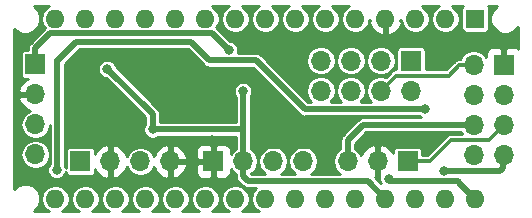
<source format=gbr>
G04 #@! TF.GenerationSoftware,KiCad,Pcbnew,(5.0.0)*
G04 #@! TF.CreationDate,2019-04-18T12:31:28+02:00*
G04 #@! TF.ProjectId,WateringSystem,5761746572696E6753797374656D2E6B,rev?*
G04 #@! TF.SameCoordinates,Original*
G04 #@! TF.FileFunction,Copper,L2,Bot,Signal*
G04 #@! TF.FilePolarity,Positive*
%FSLAX46Y46*%
G04 Gerber Fmt 4.6, Leading zero omitted, Abs format (unit mm)*
G04 Created by KiCad (PCBNEW (5.0.0)) date 04/18/19 12:31:28*
%MOMM*%
%LPD*%
G01*
G04 APERTURE LIST*
G04 #@! TA.AperFunction,ComponentPad*
%ADD10R,1.600000X1.600000*%
G04 #@! TD*
G04 #@! TA.AperFunction,ComponentPad*
%ADD11O,1.600000X1.600000*%
G04 #@! TD*
G04 #@! TA.AperFunction,ComponentPad*
%ADD12O,1.700000X1.700000*%
G04 #@! TD*
G04 #@! TA.AperFunction,ComponentPad*
%ADD13R,1.700000X1.700000*%
G04 #@! TD*
G04 #@! TA.AperFunction,ViaPad*
%ADD14C,0.800000*%
G04 #@! TD*
G04 #@! TA.AperFunction,Conductor*
%ADD15C,0.500000*%
G04 #@! TD*
G04 #@! TA.AperFunction,Conductor*
%ADD16C,0.300000*%
G04 #@! TD*
G04 #@! TA.AperFunction,Conductor*
%ADD17C,0.254000*%
G04 #@! TD*
G04 APERTURE END LIST*
D10*
G04 #@! TO.P,A1,1*
G04 #@! TO.N,/H_TX*
X103174800Y-76758800D03*
D11*
G04 #@! TO.P,A1,17*
G04 #@! TO.N,/3V3*
X70154800Y-91998800D03*
G04 #@! TO.P,A1,2*
G04 #@! TO.N,/H_RX*
X100634800Y-76758800D03*
G04 #@! TO.P,A1,18*
G04 #@! TO.N,N/C*
X72694800Y-91998800D03*
G04 #@! TO.P,A1,3*
X98094800Y-76758800D03*
G04 #@! TO.P,A1,19*
G04 #@! TO.N,/LR_LEVEL*
X75234800Y-91998800D03*
G04 #@! TO.P,A1,4*
G04 #@! TO.N,GND*
X95554800Y-76758800D03*
G04 #@! TO.P,A1,20*
G04 #@! TO.N,/SR_LEVEL*
X77774800Y-91998800D03*
G04 #@! TO.P,A1,5*
G04 #@! TO.N,/S_RX*
X93014800Y-76758800D03*
G04 #@! TO.P,A1,21*
G04 #@! TO.N,N/C*
X80314800Y-91998800D03*
G04 #@! TO.P,A1,6*
G04 #@! TO.N,/S_TX*
X90474800Y-76758800D03*
G04 #@! TO.P,A1,22*
G04 #@! TO.N,N/C*
X82854800Y-91998800D03*
G04 #@! TO.P,A1,7*
X87934800Y-76758800D03*
G04 #@! TO.P,A1,23*
G04 #@! TO.N,/SDA*
X85394800Y-91998800D03*
G04 #@! TO.P,A1,8*
G04 #@! TO.N,N/C*
X85394800Y-76758800D03*
G04 #@! TO.P,A1,24*
G04 #@! TO.N,/SCL*
X87934800Y-91998800D03*
G04 #@! TO.P,A1,9*
G04 #@! TO.N,/YELLOW_LED*
X82854800Y-76758800D03*
G04 #@! TO.P,A1,25*
G04 #@! TO.N,N/C*
X90474800Y-91998800D03*
G04 #@! TO.P,A1,10*
G04 #@! TO.N,/RED_LED*
X80314800Y-76758800D03*
G04 #@! TO.P,A1,26*
G04 #@! TO.N,N/C*
X93014800Y-91998800D03*
G04 #@! TO.P,A1,11*
X77774800Y-76758800D03*
G04 #@! TO.P,A1,27*
G04 #@! TO.N,/5V0*
X95554800Y-91998800D03*
G04 #@! TO.P,A1,12*
G04 #@! TO.N,Net-(A1-Pad12)*
X75234800Y-76758800D03*
G04 #@! TO.P,A1,28*
G04 #@! TO.N,N/C*
X98094800Y-91998800D03*
G04 #@! TO.P,A1,13*
X72694800Y-76758800D03*
G04 #@! TO.P,A1,29*
G04 #@! TO.N,GND*
X100634800Y-91998800D03*
G04 #@! TO.P,A1,14*
G04 #@! TO.N,N/C*
X70154800Y-76758800D03*
G04 #@! TO.P,A1,30*
G04 #@! TO.N,/VIN*
X103174800Y-91998800D03*
G04 #@! TO.P,A1,15*
G04 #@! TO.N,N/C*
X67614800Y-76758800D03*
G04 #@! TO.P,A1,16*
X67614800Y-91998800D03*
G04 #@! TD*
D12*
G04 #@! TO.P,J1,4*
G04 #@! TO.N,/MOTOR_GND*
X65913000Y-88239600D03*
G04 #@! TO.P,J1,3*
G04 #@! TO.N,/5V0*
X65913000Y-85699600D03*
G04 #@! TO.P,J1,2*
G04 #@! TO.N,GND*
X65913000Y-83159600D03*
D13*
G04 #@! TO.P,J1,1*
G04 #@! TO.N,/VIN*
X65913000Y-80619600D03*
G04 #@! TD*
D12*
G04 #@! TO.P,J2,8*
G04 #@! TO.N,/TX*
X90093800Y-82854800D03*
G04 #@! TO.P,J2,7*
G04 #@! TO.N,/S_TX*
X90093800Y-80314800D03*
G04 #@! TO.P,J2,6*
G04 #@! TO.N,/RX*
X92633800Y-82854800D03*
G04 #@! TO.P,J2,5*
G04 #@! TO.N,/S_RX*
X92633800Y-80314800D03*
G04 #@! TO.P,J2,4*
G04 #@! TO.N,/RX*
X95173800Y-82854800D03*
G04 #@! TO.P,J2,3*
G04 #@! TO.N,/H_RX*
X95173800Y-80314800D03*
G04 #@! TO.P,J2,2*
G04 #@! TO.N,/TX*
X97713800Y-82854800D03*
D13*
G04 #@! TO.P,J2,1*
G04 #@! TO.N,/H_TX*
X97713800Y-80314800D03*
G04 #@! TD*
G04 #@! TO.P,J4,1*
G04 #@! TO.N,/LR_LEVEL*
X69723000Y-88849200D03*
D12*
G04 #@! TO.P,J4,2*
G04 #@! TO.N,GND*
X72263000Y-88849200D03*
G04 #@! TO.P,J4,3*
G04 #@! TO.N,/SR_LEVEL*
X74803000Y-88849200D03*
G04 #@! TO.P,J4,4*
G04 #@! TO.N,GND*
X77343000Y-88849200D03*
G04 #@! TD*
D13*
G04 #@! TO.P,U1,1*
G04 #@! TO.N,GND*
X105562400Y-80670400D03*
D12*
G04 #@! TO.P,U1,2*
G04 #@! TO.N,/RX*
X103022400Y-80670400D03*
G04 #@! TO.P,U1,3*
G04 #@! TO.N,N/C*
X105562400Y-83210400D03*
G04 #@! TO.P,U1,4*
G04 #@! TO.N,Net-(R8-Pad2)*
X103022400Y-83210400D03*
G04 #@! TO.P,U1,5*
G04 #@! TO.N,/GPIO0_WIFI*
X105562400Y-85750400D03*
G04 #@! TO.P,U1,6*
G04 #@! TO.N,/RST_WIFI*
X103022400Y-85750400D03*
G04 #@! TO.P,U1,7*
G04 #@! TO.N,Net-(R11-Pad1)*
X105562400Y-88290400D03*
G04 #@! TO.P,U1,8*
G04 #@! TO.N,/3V3*
X103022400Y-88290400D03*
G04 #@! TD*
D13*
G04 #@! TO.P,U2,1*
G04 #@! TO.N,GND*
X80975200Y-88823800D03*
D12*
G04 #@! TO.P,U2,2*
G04 #@! TO.N,/5V0*
X83515200Y-88823800D03*
G04 #@! TO.P,U2,3*
G04 #@! TO.N,/SDA*
X86055200Y-88823800D03*
G04 #@! TO.P,U2,4*
G04 #@! TO.N,/SCL*
X88595200Y-88823800D03*
G04 #@! TD*
D13*
G04 #@! TO.P,J3,1*
G04 #@! TO.N,/GPIO0_WIFI*
X97434400Y-88823800D03*
D12*
G04 #@! TO.P,J3,2*
G04 #@! TO.N,GND*
X94894400Y-88823800D03*
G04 #@! TO.P,J3,3*
G04 #@! TO.N,/RST_WIFI*
X92354400Y-88823800D03*
G04 #@! TD*
D14*
G04 #@! TO.N,GND*
X87909400Y-85674200D03*
G04 #@! TO.N,/3V3*
X98907600Y-84404200D03*
X67716400Y-89560400D03*
G04 #@! TO.N,GND*
X91287600Y-85369400D03*
X80899000Y-86995000D03*
X88773000Y-86461600D03*
X92405200Y-85394800D03*
X81991200Y-81889600D03*
X81991200Y-82854800D03*
X106197400Y-78562200D03*
X104978200Y-78562200D03*
X103911400Y-78562200D03*
X94843600Y-87071200D03*
X96367600Y-87045800D03*
X97409000Y-87020400D03*
G04 #@! TO.N,/5V0*
X75844400Y-86131400D03*
X72009000Y-81000600D03*
X83515200Y-82905600D03*
G04 #@! TO.N,/VIN*
X95834200Y-90322400D03*
X82296000Y-79425800D03*
G04 #@! TO.N,Net-(R11-Pad1)*
X100558600Y-89662000D03*
G04 #@! TD*
D15*
G04 #@! TO.N,/3V3*
X67792600Y-80289400D02*
X67792600Y-89611200D01*
X67818000Y-80289400D02*
X67792600Y-80289400D01*
X88722200Y-84404200D02*
X84593801Y-80275801D01*
X98907600Y-84404200D02*
X88722200Y-84404200D01*
X84593801Y-80275801D02*
X80656801Y-80275801D01*
X80656801Y-80275801D02*
X79089811Y-78708811D01*
X79089811Y-78708811D02*
X69398589Y-78708811D01*
X69398589Y-78708811D02*
X67818000Y-80289400D01*
G04 #@! TO.N,/5V0*
X83515200Y-90093800D02*
X83515200Y-88823800D01*
X83921600Y-90500200D02*
X83515200Y-90093800D01*
X95554800Y-91998800D02*
X94056200Y-90500200D01*
X94056200Y-90500200D02*
X83921600Y-90500200D01*
X76410085Y-86131400D02*
X83515200Y-86131400D01*
X75844400Y-86131400D02*
X76410085Y-86131400D01*
X83515200Y-88823800D02*
X83515200Y-86131400D01*
X75844400Y-86131400D02*
X75844400Y-84836000D01*
X75844400Y-84836000D02*
X72009000Y-81000600D01*
X83515200Y-86131400D02*
X83515200Y-82905600D01*
G04 #@! TO.N,/VIN*
X103174800Y-91998800D02*
X101904800Y-90728800D01*
X101662601Y-90537401D02*
X96049201Y-90537401D01*
X101904800Y-90728800D02*
X101854000Y-90728800D01*
X101854000Y-90728800D02*
X101662601Y-90537401D01*
X96049201Y-90537401D02*
X95834200Y-90322400D01*
X81356200Y-78486000D02*
X82296000Y-79425800D01*
X80879001Y-78008801D02*
X81356200Y-78486000D01*
X67173799Y-78008801D02*
X80879001Y-78008801D01*
X65913000Y-80619600D02*
X65913000Y-79269600D01*
X65913000Y-79269600D02*
X67173799Y-78008801D01*
D16*
G04 #@! TO.N,/RX*
X96443800Y-81584800D02*
X95173800Y-82854800D01*
X100905919Y-81584800D02*
X96443800Y-81584800D01*
X103022400Y-80670400D02*
X101820319Y-80670400D01*
X101820319Y-80670400D02*
X100905919Y-81584800D01*
G04 #@! TO.N,/GPIO0_WIFI*
X104292400Y-87020400D02*
X105562400Y-85750400D01*
X101124400Y-87020400D02*
X104292400Y-87020400D01*
X99295600Y-88849200D02*
X101124400Y-87020400D01*
X99270200Y-88823800D02*
X99295600Y-88849200D01*
X97434400Y-88823800D02*
X99270200Y-88823800D01*
D15*
G04 #@! TO.N,/RST_WIFI*
X103022400Y-85750400D02*
X96824800Y-85750400D01*
X96824800Y-85750400D02*
X95554800Y-85750400D01*
X92354400Y-87071200D02*
X92354400Y-88823800D01*
X96824800Y-85750400D02*
X93675200Y-85750400D01*
X93675200Y-85750400D02*
X92354400Y-87071200D01*
G04 #@! TO.N,Net-(R11-Pad1)*
X105537000Y-88315800D02*
X105562400Y-88290400D01*
X105537000Y-89382600D02*
X105537000Y-88315800D01*
X105232200Y-89687400D02*
X105537000Y-89382600D01*
X100558600Y-89662000D02*
X105232200Y-89687400D01*
G04 #@! TD*
D17*
G04 #@! TO.N,GND*
G36*
X66763347Y-75907347D02*
X66502322Y-76297997D01*
X66410663Y-76758800D01*
X66502322Y-77219603D01*
X66723576Y-77550732D01*
X66718873Y-77553875D01*
X66683668Y-77606563D01*
X65510762Y-78779470D01*
X65458075Y-78814674D01*
X65422871Y-78867361D01*
X65318611Y-79023397D01*
X65269638Y-79269600D01*
X65282001Y-79331752D01*
X65282001Y-79381136D01*
X65063000Y-79381136D01*
X64914341Y-79410706D01*
X64788314Y-79494914D01*
X64704106Y-79620941D01*
X64674536Y-79769600D01*
X64674536Y-81469600D01*
X64704106Y-81618259D01*
X64788314Y-81744286D01*
X64914341Y-81828494D01*
X65063000Y-81858064D01*
X65258105Y-81858064D01*
X65031642Y-81964417D01*
X64641355Y-82392676D01*
X64471524Y-82802710D01*
X64592845Y-83032600D01*
X65786000Y-83032600D01*
X65786000Y-83012600D01*
X66040000Y-83012600D01*
X66040000Y-83032600D01*
X66060000Y-83032600D01*
X66060000Y-83286600D01*
X66040000Y-83286600D01*
X66040000Y-83306600D01*
X65786000Y-83306600D01*
X65786000Y-83286600D01*
X64592845Y-83286600D01*
X64471524Y-83516490D01*
X64641355Y-83926524D01*
X65031642Y-84354783D01*
X65429963Y-84541845D01*
X65025499Y-84812099D01*
X64753424Y-85219288D01*
X64657884Y-85699600D01*
X64753424Y-86179912D01*
X65025499Y-86587101D01*
X65432688Y-86859176D01*
X65791761Y-86930600D01*
X66034239Y-86930600D01*
X66393312Y-86859176D01*
X66800501Y-86587101D01*
X67072576Y-86179912D01*
X67161601Y-85732355D01*
X67161601Y-88206846D01*
X67072576Y-87759288D01*
X66800501Y-87352099D01*
X66393312Y-87080024D01*
X66034239Y-87008600D01*
X65791761Y-87008600D01*
X65432688Y-87080024D01*
X65025499Y-87352099D01*
X64753424Y-87759288D01*
X64657884Y-88239600D01*
X64753424Y-88719912D01*
X65025499Y-89127101D01*
X65432688Y-89399176D01*
X65791761Y-89470600D01*
X66034239Y-89470600D01*
X66393312Y-89399176D01*
X66800501Y-89127101D01*
X67072576Y-88719912D01*
X67161601Y-88272354D01*
X67161601Y-89010698D01*
X67054300Y-89117999D01*
X66935400Y-89405049D01*
X66935400Y-89715751D01*
X67054300Y-90002801D01*
X67273999Y-90222500D01*
X67561049Y-90341400D01*
X67871751Y-90341400D01*
X68158801Y-90222500D01*
X68378500Y-90002801D01*
X68490933Y-89731363D01*
X68514106Y-89847859D01*
X68598314Y-89973886D01*
X68724341Y-90058094D01*
X68873000Y-90087664D01*
X70573000Y-90087664D01*
X70721659Y-90058094D01*
X70847686Y-89973886D01*
X70931894Y-89847859D01*
X70961464Y-89699200D01*
X70961464Y-89504095D01*
X71067817Y-89730558D01*
X71496076Y-90120845D01*
X71906110Y-90290676D01*
X72136000Y-90169355D01*
X72136000Y-88976200D01*
X72116000Y-88976200D01*
X72116000Y-88722200D01*
X72136000Y-88722200D01*
X72136000Y-87529045D01*
X72390000Y-87529045D01*
X72390000Y-88722200D01*
X72410000Y-88722200D01*
X72410000Y-88976200D01*
X72390000Y-88976200D01*
X72390000Y-90169355D01*
X72619890Y-90290676D01*
X73029924Y-90120845D01*
X73458183Y-89730558D01*
X73645245Y-89332237D01*
X73915499Y-89736701D01*
X74322688Y-90008776D01*
X74681761Y-90080200D01*
X74924239Y-90080200D01*
X75283312Y-90008776D01*
X75690501Y-89736701D01*
X75960755Y-89332237D01*
X76147817Y-89730558D01*
X76576076Y-90120845D01*
X76986110Y-90290676D01*
X77216000Y-90169355D01*
X77216000Y-88976200D01*
X77470000Y-88976200D01*
X77470000Y-90169355D01*
X77699890Y-90290676D01*
X78109924Y-90120845D01*
X78538183Y-89730558D01*
X78784486Y-89206092D01*
X78733813Y-89109550D01*
X79490200Y-89109550D01*
X79490200Y-89800109D01*
X79586873Y-90033498D01*
X79765501Y-90212127D01*
X79998890Y-90308800D01*
X80689450Y-90308800D01*
X80848200Y-90150050D01*
X80848200Y-88950800D01*
X79648950Y-88950800D01*
X79490200Y-89109550D01*
X78733813Y-89109550D01*
X78663819Y-88976200D01*
X77470000Y-88976200D01*
X77216000Y-88976200D01*
X77196000Y-88976200D01*
X77196000Y-88722200D01*
X77216000Y-88722200D01*
X77216000Y-87529045D01*
X77470000Y-87529045D01*
X77470000Y-88722200D01*
X78663819Y-88722200D01*
X78784486Y-88492308D01*
X78538183Y-87967842D01*
X78406123Y-87847491D01*
X79490200Y-87847491D01*
X79490200Y-88538050D01*
X79648950Y-88696800D01*
X80848200Y-88696800D01*
X80848200Y-87497550D01*
X80689450Y-87338800D01*
X79998890Y-87338800D01*
X79765501Y-87435473D01*
X79586873Y-87614102D01*
X79490200Y-87847491D01*
X78406123Y-87847491D01*
X78109924Y-87577555D01*
X77699890Y-87407724D01*
X77470000Y-87529045D01*
X77216000Y-87529045D01*
X76986110Y-87407724D01*
X76576076Y-87577555D01*
X76147817Y-87967842D01*
X75960755Y-88366163D01*
X75690501Y-87961699D01*
X75283312Y-87689624D01*
X74924239Y-87618200D01*
X74681761Y-87618200D01*
X74322688Y-87689624D01*
X73915499Y-87961699D01*
X73645245Y-88366163D01*
X73458183Y-87967842D01*
X73029924Y-87577555D01*
X72619890Y-87407724D01*
X72390000Y-87529045D01*
X72136000Y-87529045D01*
X71906110Y-87407724D01*
X71496076Y-87577555D01*
X71067817Y-87967842D01*
X70961464Y-88194305D01*
X70961464Y-87999200D01*
X70931894Y-87850541D01*
X70847686Y-87724514D01*
X70721659Y-87640306D01*
X70573000Y-87610736D01*
X68873000Y-87610736D01*
X68724341Y-87640306D01*
X68598314Y-87724514D01*
X68514106Y-87850541D01*
X68484536Y-87999200D01*
X68484536Y-89373993D01*
X68423600Y-89226880D01*
X68423600Y-80576168D01*
X69659958Y-79339811D01*
X78828443Y-79339811D01*
X80166668Y-80678036D01*
X80201875Y-80730727D01*
X80373270Y-80845249D01*
X80410597Y-80870190D01*
X80656801Y-80919163D01*
X80718949Y-80906801D01*
X84332433Y-80906801D01*
X88232069Y-84806438D01*
X88267274Y-84859126D01*
X88475996Y-84998589D01*
X88722200Y-85047562D01*
X88784348Y-85035200D01*
X98434099Y-85035200D01*
X98465199Y-85066300D01*
X98593394Y-85119400D01*
X93737346Y-85119400D01*
X93675199Y-85107038D01*
X93613052Y-85119400D01*
X93428996Y-85156011D01*
X93220274Y-85295474D01*
X93185069Y-85348162D01*
X91952164Y-86581068D01*
X91899474Y-86616274D01*
X91767884Y-86813214D01*
X91760011Y-86824997D01*
X91711038Y-87071200D01*
X91723400Y-87133348D01*
X91723400Y-87764910D01*
X91466899Y-87936299D01*
X91194824Y-88343488D01*
X91099284Y-88823800D01*
X91194824Y-89304112D01*
X91466899Y-89711301D01*
X91703212Y-89869200D01*
X89246388Y-89869200D01*
X89482701Y-89711301D01*
X89754776Y-89304112D01*
X89850316Y-88823800D01*
X89754776Y-88343488D01*
X89482701Y-87936299D01*
X89075512Y-87664224D01*
X88716439Y-87592800D01*
X88473961Y-87592800D01*
X88114888Y-87664224D01*
X87707699Y-87936299D01*
X87435624Y-88343488D01*
X87340084Y-88823800D01*
X87435624Y-89304112D01*
X87707699Y-89711301D01*
X87944012Y-89869200D01*
X86706388Y-89869200D01*
X86942701Y-89711301D01*
X87214776Y-89304112D01*
X87310316Y-88823800D01*
X87214776Y-88343488D01*
X86942701Y-87936299D01*
X86535512Y-87664224D01*
X86176439Y-87592800D01*
X85933961Y-87592800D01*
X85574888Y-87664224D01*
X85167699Y-87936299D01*
X84895624Y-88343488D01*
X84800084Y-88823800D01*
X84895624Y-89304112D01*
X85167699Y-89711301D01*
X85404012Y-89869200D01*
X84182969Y-89869200D01*
X84176327Y-89862559D01*
X84402701Y-89711301D01*
X84674776Y-89304112D01*
X84770316Y-88823800D01*
X84674776Y-88343488D01*
X84402701Y-87936299D01*
X84146200Y-87764911D01*
X84146200Y-86193547D01*
X84158562Y-86131400D01*
X84146200Y-86069252D01*
X84146200Y-83379101D01*
X84177300Y-83348001D01*
X84296200Y-83060951D01*
X84296200Y-82750249D01*
X84177300Y-82463199D01*
X83957601Y-82243500D01*
X83670551Y-82124600D01*
X83359849Y-82124600D01*
X83072799Y-82243500D01*
X82853100Y-82463199D01*
X82734200Y-82750249D01*
X82734200Y-83060951D01*
X82853100Y-83348001D01*
X82884201Y-83379102D01*
X82884200Y-85500400D01*
X76475400Y-85500400D01*
X76475400Y-84898148D01*
X76487762Y-84836000D01*
X76438789Y-84589796D01*
X76418580Y-84559551D01*
X76299326Y-84381074D01*
X76246635Y-84345867D01*
X72790000Y-80889232D01*
X72790000Y-80845249D01*
X72671100Y-80558199D01*
X72451401Y-80338500D01*
X72164351Y-80219600D01*
X71853649Y-80219600D01*
X71566599Y-80338500D01*
X71346900Y-80558199D01*
X71228000Y-80845249D01*
X71228000Y-81155951D01*
X71346900Y-81443001D01*
X71566599Y-81662700D01*
X71853649Y-81781600D01*
X71897632Y-81781600D01*
X75213401Y-85097369D01*
X75213400Y-85657899D01*
X75182300Y-85688999D01*
X75063400Y-85976049D01*
X75063400Y-86286751D01*
X75182300Y-86573801D01*
X75401999Y-86793500D01*
X75689049Y-86912400D01*
X75999751Y-86912400D01*
X76286801Y-86793500D01*
X76317901Y-86762400D01*
X82884201Y-86762400D01*
X82884200Y-87764910D01*
X82627699Y-87936299D01*
X82460200Y-88186979D01*
X82460200Y-87847491D01*
X82363527Y-87614102D01*
X82184899Y-87435473D01*
X81951510Y-87338800D01*
X81260950Y-87338800D01*
X81102200Y-87497550D01*
X81102200Y-88696800D01*
X81122200Y-88696800D01*
X81122200Y-88950800D01*
X81102200Y-88950800D01*
X81102200Y-90150050D01*
X81260950Y-90308800D01*
X81951510Y-90308800D01*
X82184899Y-90212127D01*
X82363527Y-90033498D01*
X82460200Y-89800109D01*
X82460200Y-89460621D01*
X82627699Y-89711301D01*
X82884200Y-89882690D01*
X82884200Y-90031652D01*
X82871838Y-90093800D01*
X82909496Y-90283118D01*
X82920811Y-90340003D01*
X83060274Y-90548726D01*
X83112964Y-90583932D01*
X83431469Y-90902438D01*
X83466674Y-90955126D01*
X83675396Y-91094589D01*
X83859452Y-91131200D01*
X83921599Y-91143562D01*
X83983746Y-91131200D01*
X84567513Y-91131200D01*
X84543347Y-91147347D01*
X84282322Y-91537997D01*
X84190663Y-91998800D01*
X84282322Y-92459603D01*
X84543347Y-92850253D01*
X84848953Y-93054453D01*
X83399382Y-93055298D01*
X83706253Y-92850253D01*
X83967278Y-92459603D01*
X84058937Y-91998800D01*
X83967278Y-91537997D01*
X83706253Y-91147347D01*
X83315603Y-90886322D01*
X82971118Y-90817800D01*
X82738482Y-90817800D01*
X82393997Y-90886322D01*
X82003347Y-91147347D01*
X81742322Y-91537997D01*
X81650663Y-91998800D01*
X81742322Y-92459603D01*
X82003347Y-92850253D01*
X82311167Y-93055933D01*
X80857164Y-93056781D01*
X81166253Y-92850253D01*
X81427278Y-92459603D01*
X81518937Y-91998800D01*
X81427278Y-91537997D01*
X81166253Y-91147347D01*
X80775603Y-90886322D01*
X80431118Y-90817800D01*
X80198482Y-90817800D01*
X79853997Y-90886322D01*
X79463347Y-91147347D01*
X79202322Y-91537997D01*
X79110663Y-91998800D01*
X79202322Y-92459603D01*
X79463347Y-92850253D01*
X79773382Y-93057412D01*
X78314946Y-93058263D01*
X78626253Y-92850253D01*
X78887278Y-92459603D01*
X78978937Y-91998800D01*
X78887278Y-91537997D01*
X78626253Y-91147347D01*
X78235603Y-90886322D01*
X77891118Y-90817800D01*
X77658482Y-90817800D01*
X77313997Y-90886322D01*
X76923347Y-91147347D01*
X76662322Y-91537997D01*
X76570663Y-91998800D01*
X76662322Y-92459603D01*
X76923347Y-92850253D01*
X77235596Y-93058892D01*
X75772728Y-93059745D01*
X76086253Y-92850253D01*
X76347278Y-92459603D01*
X76438937Y-91998800D01*
X76347278Y-91537997D01*
X76086253Y-91147347D01*
X75695603Y-90886322D01*
X75351118Y-90817800D01*
X75118482Y-90817800D01*
X74773997Y-90886322D01*
X74383347Y-91147347D01*
X74122322Y-91537997D01*
X74030663Y-91998800D01*
X74122322Y-92459603D01*
X74383347Y-92850253D01*
X74697810Y-93060371D01*
X73230510Y-93061227D01*
X73546253Y-92850253D01*
X73807278Y-92459603D01*
X73898937Y-91998800D01*
X73807278Y-91537997D01*
X73546253Y-91147347D01*
X73155603Y-90886322D01*
X72811118Y-90817800D01*
X72578482Y-90817800D01*
X72233997Y-90886322D01*
X71843347Y-91147347D01*
X71582322Y-91537997D01*
X71490663Y-91998800D01*
X71582322Y-92459603D01*
X71843347Y-92850253D01*
X72160025Y-93061851D01*
X70688291Y-93062709D01*
X71006253Y-92850253D01*
X71267278Y-92459603D01*
X71358937Y-91998800D01*
X71267278Y-91537997D01*
X71006253Y-91147347D01*
X70615603Y-90886322D01*
X70271118Y-90817800D01*
X70038482Y-90817800D01*
X69693997Y-90886322D01*
X69303347Y-91147347D01*
X69042322Y-91537997D01*
X68950663Y-91998800D01*
X69042322Y-92459603D01*
X69303347Y-92850253D01*
X69622239Y-93063331D01*
X68146073Y-93064191D01*
X68466253Y-92850253D01*
X68727278Y-92459603D01*
X68818937Y-91998800D01*
X68727278Y-91537997D01*
X68466253Y-91147347D01*
X68075603Y-90886322D01*
X67731118Y-90817800D01*
X67498482Y-90817800D01*
X67153997Y-90886322D01*
X66763347Y-91147347D01*
X66502322Y-91537997D01*
X66410663Y-91998800D01*
X66502322Y-92459603D01*
X66763347Y-92850253D01*
X67084453Y-93064810D01*
X65805508Y-93065556D01*
X66152301Y-92718763D01*
X66345800Y-92251618D01*
X66345800Y-91745982D01*
X66152301Y-91278837D01*
X65794763Y-90921299D01*
X65327618Y-90727800D01*
X64821982Y-90727800D01*
X64354837Y-90921299D01*
X64126000Y-91150136D01*
X64126000Y-77607464D01*
X64354837Y-77836301D01*
X64821982Y-78029800D01*
X65327618Y-78029800D01*
X65794763Y-77836301D01*
X66152301Y-77478763D01*
X66345800Y-77011618D01*
X66345800Y-76505982D01*
X66152301Y-76038837D01*
X65804264Y-75690800D01*
X67087431Y-75690800D01*
X66763347Y-75907347D01*
X66763347Y-75907347D01*
G37*
X66763347Y-75907347D02*
X66502322Y-76297997D01*
X66410663Y-76758800D01*
X66502322Y-77219603D01*
X66723576Y-77550732D01*
X66718873Y-77553875D01*
X66683668Y-77606563D01*
X65510762Y-78779470D01*
X65458075Y-78814674D01*
X65422871Y-78867361D01*
X65318611Y-79023397D01*
X65269638Y-79269600D01*
X65282001Y-79331752D01*
X65282001Y-79381136D01*
X65063000Y-79381136D01*
X64914341Y-79410706D01*
X64788314Y-79494914D01*
X64704106Y-79620941D01*
X64674536Y-79769600D01*
X64674536Y-81469600D01*
X64704106Y-81618259D01*
X64788314Y-81744286D01*
X64914341Y-81828494D01*
X65063000Y-81858064D01*
X65258105Y-81858064D01*
X65031642Y-81964417D01*
X64641355Y-82392676D01*
X64471524Y-82802710D01*
X64592845Y-83032600D01*
X65786000Y-83032600D01*
X65786000Y-83012600D01*
X66040000Y-83012600D01*
X66040000Y-83032600D01*
X66060000Y-83032600D01*
X66060000Y-83286600D01*
X66040000Y-83286600D01*
X66040000Y-83306600D01*
X65786000Y-83306600D01*
X65786000Y-83286600D01*
X64592845Y-83286600D01*
X64471524Y-83516490D01*
X64641355Y-83926524D01*
X65031642Y-84354783D01*
X65429963Y-84541845D01*
X65025499Y-84812099D01*
X64753424Y-85219288D01*
X64657884Y-85699600D01*
X64753424Y-86179912D01*
X65025499Y-86587101D01*
X65432688Y-86859176D01*
X65791761Y-86930600D01*
X66034239Y-86930600D01*
X66393312Y-86859176D01*
X66800501Y-86587101D01*
X67072576Y-86179912D01*
X67161601Y-85732355D01*
X67161601Y-88206846D01*
X67072576Y-87759288D01*
X66800501Y-87352099D01*
X66393312Y-87080024D01*
X66034239Y-87008600D01*
X65791761Y-87008600D01*
X65432688Y-87080024D01*
X65025499Y-87352099D01*
X64753424Y-87759288D01*
X64657884Y-88239600D01*
X64753424Y-88719912D01*
X65025499Y-89127101D01*
X65432688Y-89399176D01*
X65791761Y-89470600D01*
X66034239Y-89470600D01*
X66393312Y-89399176D01*
X66800501Y-89127101D01*
X67072576Y-88719912D01*
X67161601Y-88272354D01*
X67161601Y-89010698D01*
X67054300Y-89117999D01*
X66935400Y-89405049D01*
X66935400Y-89715751D01*
X67054300Y-90002801D01*
X67273999Y-90222500D01*
X67561049Y-90341400D01*
X67871751Y-90341400D01*
X68158801Y-90222500D01*
X68378500Y-90002801D01*
X68490933Y-89731363D01*
X68514106Y-89847859D01*
X68598314Y-89973886D01*
X68724341Y-90058094D01*
X68873000Y-90087664D01*
X70573000Y-90087664D01*
X70721659Y-90058094D01*
X70847686Y-89973886D01*
X70931894Y-89847859D01*
X70961464Y-89699200D01*
X70961464Y-89504095D01*
X71067817Y-89730558D01*
X71496076Y-90120845D01*
X71906110Y-90290676D01*
X72136000Y-90169355D01*
X72136000Y-88976200D01*
X72116000Y-88976200D01*
X72116000Y-88722200D01*
X72136000Y-88722200D01*
X72136000Y-87529045D01*
X72390000Y-87529045D01*
X72390000Y-88722200D01*
X72410000Y-88722200D01*
X72410000Y-88976200D01*
X72390000Y-88976200D01*
X72390000Y-90169355D01*
X72619890Y-90290676D01*
X73029924Y-90120845D01*
X73458183Y-89730558D01*
X73645245Y-89332237D01*
X73915499Y-89736701D01*
X74322688Y-90008776D01*
X74681761Y-90080200D01*
X74924239Y-90080200D01*
X75283312Y-90008776D01*
X75690501Y-89736701D01*
X75960755Y-89332237D01*
X76147817Y-89730558D01*
X76576076Y-90120845D01*
X76986110Y-90290676D01*
X77216000Y-90169355D01*
X77216000Y-88976200D01*
X77470000Y-88976200D01*
X77470000Y-90169355D01*
X77699890Y-90290676D01*
X78109924Y-90120845D01*
X78538183Y-89730558D01*
X78784486Y-89206092D01*
X78733813Y-89109550D01*
X79490200Y-89109550D01*
X79490200Y-89800109D01*
X79586873Y-90033498D01*
X79765501Y-90212127D01*
X79998890Y-90308800D01*
X80689450Y-90308800D01*
X80848200Y-90150050D01*
X80848200Y-88950800D01*
X79648950Y-88950800D01*
X79490200Y-89109550D01*
X78733813Y-89109550D01*
X78663819Y-88976200D01*
X77470000Y-88976200D01*
X77216000Y-88976200D01*
X77196000Y-88976200D01*
X77196000Y-88722200D01*
X77216000Y-88722200D01*
X77216000Y-87529045D01*
X77470000Y-87529045D01*
X77470000Y-88722200D01*
X78663819Y-88722200D01*
X78784486Y-88492308D01*
X78538183Y-87967842D01*
X78406123Y-87847491D01*
X79490200Y-87847491D01*
X79490200Y-88538050D01*
X79648950Y-88696800D01*
X80848200Y-88696800D01*
X80848200Y-87497550D01*
X80689450Y-87338800D01*
X79998890Y-87338800D01*
X79765501Y-87435473D01*
X79586873Y-87614102D01*
X79490200Y-87847491D01*
X78406123Y-87847491D01*
X78109924Y-87577555D01*
X77699890Y-87407724D01*
X77470000Y-87529045D01*
X77216000Y-87529045D01*
X76986110Y-87407724D01*
X76576076Y-87577555D01*
X76147817Y-87967842D01*
X75960755Y-88366163D01*
X75690501Y-87961699D01*
X75283312Y-87689624D01*
X74924239Y-87618200D01*
X74681761Y-87618200D01*
X74322688Y-87689624D01*
X73915499Y-87961699D01*
X73645245Y-88366163D01*
X73458183Y-87967842D01*
X73029924Y-87577555D01*
X72619890Y-87407724D01*
X72390000Y-87529045D01*
X72136000Y-87529045D01*
X71906110Y-87407724D01*
X71496076Y-87577555D01*
X71067817Y-87967842D01*
X70961464Y-88194305D01*
X70961464Y-87999200D01*
X70931894Y-87850541D01*
X70847686Y-87724514D01*
X70721659Y-87640306D01*
X70573000Y-87610736D01*
X68873000Y-87610736D01*
X68724341Y-87640306D01*
X68598314Y-87724514D01*
X68514106Y-87850541D01*
X68484536Y-87999200D01*
X68484536Y-89373993D01*
X68423600Y-89226880D01*
X68423600Y-80576168D01*
X69659958Y-79339811D01*
X78828443Y-79339811D01*
X80166668Y-80678036D01*
X80201875Y-80730727D01*
X80373270Y-80845249D01*
X80410597Y-80870190D01*
X80656801Y-80919163D01*
X80718949Y-80906801D01*
X84332433Y-80906801D01*
X88232069Y-84806438D01*
X88267274Y-84859126D01*
X88475996Y-84998589D01*
X88722200Y-85047562D01*
X88784348Y-85035200D01*
X98434099Y-85035200D01*
X98465199Y-85066300D01*
X98593394Y-85119400D01*
X93737346Y-85119400D01*
X93675199Y-85107038D01*
X93613052Y-85119400D01*
X93428996Y-85156011D01*
X93220274Y-85295474D01*
X93185069Y-85348162D01*
X91952164Y-86581068D01*
X91899474Y-86616274D01*
X91767884Y-86813214D01*
X91760011Y-86824997D01*
X91711038Y-87071200D01*
X91723400Y-87133348D01*
X91723400Y-87764910D01*
X91466899Y-87936299D01*
X91194824Y-88343488D01*
X91099284Y-88823800D01*
X91194824Y-89304112D01*
X91466899Y-89711301D01*
X91703212Y-89869200D01*
X89246388Y-89869200D01*
X89482701Y-89711301D01*
X89754776Y-89304112D01*
X89850316Y-88823800D01*
X89754776Y-88343488D01*
X89482701Y-87936299D01*
X89075512Y-87664224D01*
X88716439Y-87592800D01*
X88473961Y-87592800D01*
X88114888Y-87664224D01*
X87707699Y-87936299D01*
X87435624Y-88343488D01*
X87340084Y-88823800D01*
X87435624Y-89304112D01*
X87707699Y-89711301D01*
X87944012Y-89869200D01*
X86706388Y-89869200D01*
X86942701Y-89711301D01*
X87214776Y-89304112D01*
X87310316Y-88823800D01*
X87214776Y-88343488D01*
X86942701Y-87936299D01*
X86535512Y-87664224D01*
X86176439Y-87592800D01*
X85933961Y-87592800D01*
X85574888Y-87664224D01*
X85167699Y-87936299D01*
X84895624Y-88343488D01*
X84800084Y-88823800D01*
X84895624Y-89304112D01*
X85167699Y-89711301D01*
X85404012Y-89869200D01*
X84182969Y-89869200D01*
X84176327Y-89862559D01*
X84402701Y-89711301D01*
X84674776Y-89304112D01*
X84770316Y-88823800D01*
X84674776Y-88343488D01*
X84402701Y-87936299D01*
X84146200Y-87764911D01*
X84146200Y-86193547D01*
X84158562Y-86131400D01*
X84146200Y-86069252D01*
X84146200Y-83379101D01*
X84177300Y-83348001D01*
X84296200Y-83060951D01*
X84296200Y-82750249D01*
X84177300Y-82463199D01*
X83957601Y-82243500D01*
X83670551Y-82124600D01*
X83359849Y-82124600D01*
X83072799Y-82243500D01*
X82853100Y-82463199D01*
X82734200Y-82750249D01*
X82734200Y-83060951D01*
X82853100Y-83348001D01*
X82884201Y-83379102D01*
X82884200Y-85500400D01*
X76475400Y-85500400D01*
X76475400Y-84898148D01*
X76487762Y-84836000D01*
X76438789Y-84589796D01*
X76418580Y-84559551D01*
X76299326Y-84381074D01*
X76246635Y-84345867D01*
X72790000Y-80889232D01*
X72790000Y-80845249D01*
X72671100Y-80558199D01*
X72451401Y-80338500D01*
X72164351Y-80219600D01*
X71853649Y-80219600D01*
X71566599Y-80338500D01*
X71346900Y-80558199D01*
X71228000Y-80845249D01*
X71228000Y-81155951D01*
X71346900Y-81443001D01*
X71566599Y-81662700D01*
X71853649Y-81781600D01*
X71897632Y-81781600D01*
X75213401Y-85097369D01*
X75213400Y-85657899D01*
X75182300Y-85688999D01*
X75063400Y-85976049D01*
X75063400Y-86286751D01*
X75182300Y-86573801D01*
X75401999Y-86793500D01*
X75689049Y-86912400D01*
X75999751Y-86912400D01*
X76286801Y-86793500D01*
X76317901Y-86762400D01*
X82884201Y-86762400D01*
X82884200Y-87764910D01*
X82627699Y-87936299D01*
X82460200Y-88186979D01*
X82460200Y-87847491D01*
X82363527Y-87614102D01*
X82184899Y-87435473D01*
X81951510Y-87338800D01*
X81260950Y-87338800D01*
X81102200Y-87497550D01*
X81102200Y-88696800D01*
X81122200Y-88696800D01*
X81122200Y-88950800D01*
X81102200Y-88950800D01*
X81102200Y-90150050D01*
X81260950Y-90308800D01*
X81951510Y-90308800D01*
X82184899Y-90212127D01*
X82363527Y-90033498D01*
X82460200Y-89800109D01*
X82460200Y-89460621D01*
X82627699Y-89711301D01*
X82884200Y-89882690D01*
X82884200Y-90031652D01*
X82871838Y-90093800D01*
X82909496Y-90283118D01*
X82920811Y-90340003D01*
X83060274Y-90548726D01*
X83112964Y-90583932D01*
X83431469Y-90902438D01*
X83466674Y-90955126D01*
X83675396Y-91094589D01*
X83859452Y-91131200D01*
X83921599Y-91143562D01*
X83983746Y-91131200D01*
X84567513Y-91131200D01*
X84543347Y-91147347D01*
X84282322Y-91537997D01*
X84190663Y-91998800D01*
X84282322Y-92459603D01*
X84543347Y-92850253D01*
X84848953Y-93054453D01*
X83399382Y-93055298D01*
X83706253Y-92850253D01*
X83967278Y-92459603D01*
X84058937Y-91998800D01*
X83967278Y-91537997D01*
X83706253Y-91147347D01*
X83315603Y-90886322D01*
X82971118Y-90817800D01*
X82738482Y-90817800D01*
X82393997Y-90886322D01*
X82003347Y-91147347D01*
X81742322Y-91537997D01*
X81650663Y-91998800D01*
X81742322Y-92459603D01*
X82003347Y-92850253D01*
X82311167Y-93055933D01*
X80857164Y-93056781D01*
X81166253Y-92850253D01*
X81427278Y-92459603D01*
X81518937Y-91998800D01*
X81427278Y-91537997D01*
X81166253Y-91147347D01*
X80775603Y-90886322D01*
X80431118Y-90817800D01*
X80198482Y-90817800D01*
X79853997Y-90886322D01*
X79463347Y-91147347D01*
X79202322Y-91537997D01*
X79110663Y-91998800D01*
X79202322Y-92459603D01*
X79463347Y-92850253D01*
X79773382Y-93057412D01*
X78314946Y-93058263D01*
X78626253Y-92850253D01*
X78887278Y-92459603D01*
X78978937Y-91998800D01*
X78887278Y-91537997D01*
X78626253Y-91147347D01*
X78235603Y-90886322D01*
X77891118Y-90817800D01*
X77658482Y-90817800D01*
X77313997Y-90886322D01*
X76923347Y-91147347D01*
X76662322Y-91537997D01*
X76570663Y-91998800D01*
X76662322Y-92459603D01*
X76923347Y-92850253D01*
X77235596Y-93058892D01*
X75772728Y-93059745D01*
X76086253Y-92850253D01*
X76347278Y-92459603D01*
X76438937Y-91998800D01*
X76347278Y-91537997D01*
X76086253Y-91147347D01*
X75695603Y-90886322D01*
X75351118Y-90817800D01*
X75118482Y-90817800D01*
X74773997Y-90886322D01*
X74383347Y-91147347D01*
X74122322Y-91537997D01*
X74030663Y-91998800D01*
X74122322Y-92459603D01*
X74383347Y-92850253D01*
X74697810Y-93060371D01*
X73230510Y-93061227D01*
X73546253Y-92850253D01*
X73807278Y-92459603D01*
X73898937Y-91998800D01*
X73807278Y-91537997D01*
X73546253Y-91147347D01*
X73155603Y-90886322D01*
X72811118Y-90817800D01*
X72578482Y-90817800D01*
X72233997Y-90886322D01*
X71843347Y-91147347D01*
X71582322Y-91537997D01*
X71490663Y-91998800D01*
X71582322Y-92459603D01*
X71843347Y-92850253D01*
X72160025Y-93061851D01*
X70688291Y-93062709D01*
X71006253Y-92850253D01*
X71267278Y-92459603D01*
X71358937Y-91998800D01*
X71267278Y-91537997D01*
X71006253Y-91147347D01*
X70615603Y-90886322D01*
X70271118Y-90817800D01*
X70038482Y-90817800D01*
X69693997Y-90886322D01*
X69303347Y-91147347D01*
X69042322Y-91537997D01*
X68950663Y-91998800D01*
X69042322Y-92459603D01*
X69303347Y-92850253D01*
X69622239Y-93063331D01*
X68146073Y-93064191D01*
X68466253Y-92850253D01*
X68727278Y-92459603D01*
X68818937Y-91998800D01*
X68727278Y-91537997D01*
X68466253Y-91147347D01*
X68075603Y-90886322D01*
X67731118Y-90817800D01*
X67498482Y-90817800D01*
X67153997Y-90886322D01*
X66763347Y-91147347D01*
X66502322Y-91537997D01*
X66410663Y-91998800D01*
X66502322Y-92459603D01*
X66763347Y-92850253D01*
X67084453Y-93064810D01*
X65805508Y-93065556D01*
X66152301Y-92718763D01*
X66345800Y-92251618D01*
X66345800Y-91745982D01*
X66152301Y-91278837D01*
X65794763Y-90921299D01*
X65327618Y-90727800D01*
X64821982Y-90727800D01*
X64354837Y-90921299D01*
X64126000Y-91150136D01*
X64126000Y-77607464D01*
X64354837Y-77836301D01*
X64821982Y-78029800D01*
X65327618Y-78029800D01*
X65794763Y-77836301D01*
X66152301Y-77478763D01*
X66345800Y-77011618D01*
X66345800Y-76505982D01*
X66152301Y-76038837D01*
X65804264Y-75690800D01*
X67087431Y-75690800D01*
X66763347Y-75907347D01*
G36*
X100761800Y-91871800D02*
X100781800Y-91871800D01*
X100781800Y-92125800D01*
X100761800Y-92125800D01*
X100761800Y-92145800D01*
X100507800Y-92145800D01*
X100507800Y-92125800D01*
X100487800Y-92125800D01*
X100487800Y-91871800D01*
X100507800Y-91871800D01*
X100507800Y-91851800D01*
X100761800Y-91851800D01*
X100761800Y-91871800D01*
X100761800Y-91871800D01*
G37*
X100761800Y-91871800D02*
X100781800Y-91871800D01*
X100781800Y-92125800D01*
X100761800Y-92125800D01*
X100761800Y-92145800D01*
X100507800Y-92145800D01*
X100507800Y-92125800D01*
X100487800Y-92125800D01*
X100487800Y-91871800D01*
X100507800Y-91871800D01*
X100507800Y-91851800D01*
X100761800Y-91851800D01*
X100761800Y-91871800D01*
G36*
X102035674Y-86489400D02*
X101176694Y-86489400D01*
X101124400Y-86478998D01*
X101072106Y-86489400D01*
X100917214Y-86520210D01*
X100741571Y-86637571D01*
X100711950Y-86681902D01*
X99101053Y-88292800D01*
X98672864Y-88292800D01*
X98672864Y-87973800D01*
X98643294Y-87825141D01*
X98559086Y-87699114D01*
X98433059Y-87614906D01*
X98284400Y-87585336D01*
X96584400Y-87585336D01*
X96435741Y-87614906D01*
X96309714Y-87699114D01*
X96225506Y-87825141D01*
X96195936Y-87973800D01*
X96195936Y-88168905D01*
X96089583Y-87942442D01*
X95661324Y-87552155D01*
X95251290Y-87382324D01*
X95021400Y-87503645D01*
X95021400Y-88696800D01*
X95041400Y-88696800D01*
X95041400Y-88950800D01*
X95021400Y-88950800D01*
X95021400Y-90143955D01*
X95055346Y-90161869D01*
X95053200Y-90167049D01*
X95053200Y-90477751D01*
X95143060Y-90694691D01*
X94652801Y-90204433D01*
X94767400Y-90143955D01*
X94767400Y-88950800D01*
X94747400Y-88950800D01*
X94747400Y-88696800D01*
X94767400Y-88696800D01*
X94767400Y-87503645D01*
X94537510Y-87382324D01*
X94127476Y-87552155D01*
X93699217Y-87942442D01*
X93512155Y-88340763D01*
X93241901Y-87936299D01*
X92985400Y-87764911D01*
X92985400Y-87332568D01*
X93936569Y-86381400D01*
X101963511Y-86381400D01*
X102035674Y-86489400D01*
X102035674Y-86489400D01*
G37*
X102035674Y-86489400D02*
X101176694Y-86489400D01*
X101124400Y-86478998D01*
X101072106Y-86489400D01*
X100917214Y-86520210D01*
X100741571Y-86637571D01*
X100711950Y-86681902D01*
X99101053Y-88292800D01*
X98672864Y-88292800D01*
X98672864Y-87973800D01*
X98643294Y-87825141D01*
X98559086Y-87699114D01*
X98433059Y-87614906D01*
X98284400Y-87585336D01*
X96584400Y-87585336D01*
X96435741Y-87614906D01*
X96309714Y-87699114D01*
X96225506Y-87825141D01*
X96195936Y-87973800D01*
X96195936Y-88168905D01*
X96089583Y-87942442D01*
X95661324Y-87552155D01*
X95251290Y-87382324D01*
X95021400Y-87503645D01*
X95021400Y-88696800D01*
X95041400Y-88696800D01*
X95041400Y-88950800D01*
X95021400Y-88950800D01*
X95021400Y-90143955D01*
X95055346Y-90161869D01*
X95053200Y-90167049D01*
X95053200Y-90477751D01*
X95143060Y-90694691D01*
X94652801Y-90204433D01*
X94767400Y-90143955D01*
X94767400Y-88950800D01*
X94747400Y-88950800D01*
X94747400Y-88696800D01*
X94767400Y-88696800D01*
X94767400Y-87503645D01*
X94537510Y-87382324D01*
X94127476Y-87552155D01*
X93699217Y-87942442D01*
X93512155Y-88340763D01*
X93241901Y-87936299D01*
X92985400Y-87764911D01*
X92985400Y-87332568D01*
X93936569Y-86381400D01*
X101963511Y-86381400D01*
X102035674Y-86489400D01*
G36*
X82003347Y-75907347D02*
X81742322Y-76297997D01*
X81650663Y-76758800D01*
X81742322Y-77219603D01*
X82003347Y-77610253D01*
X82393997Y-77871278D01*
X82738482Y-77939800D01*
X82971118Y-77939800D01*
X83315603Y-77871278D01*
X83706253Y-77610253D01*
X83967278Y-77219603D01*
X84058937Y-76758800D01*
X83967278Y-76297997D01*
X83706253Y-75907347D01*
X83382169Y-75690800D01*
X84867431Y-75690800D01*
X84543347Y-75907347D01*
X84282322Y-76297997D01*
X84190663Y-76758800D01*
X84282322Y-77219603D01*
X84543347Y-77610253D01*
X84933997Y-77871278D01*
X85278482Y-77939800D01*
X85511118Y-77939800D01*
X85855603Y-77871278D01*
X86246253Y-77610253D01*
X86507278Y-77219603D01*
X86598937Y-76758800D01*
X86507278Y-76297997D01*
X86246253Y-75907347D01*
X85922169Y-75690800D01*
X87407431Y-75690800D01*
X87083347Y-75907347D01*
X86822322Y-76297997D01*
X86730663Y-76758800D01*
X86822322Y-77219603D01*
X87083347Y-77610253D01*
X87473997Y-77871278D01*
X87818482Y-77939800D01*
X88051118Y-77939800D01*
X88395603Y-77871278D01*
X88786253Y-77610253D01*
X89047278Y-77219603D01*
X89138937Y-76758800D01*
X89047278Y-76297997D01*
X88786253Y-75907347D01*
X88462169Y-75690800D01*
X89947431Y-75690800D01*
X89623347Y-75907347D01*
X89362322Y-76297997D01*
X89270663Y-76758800D01*
X89362322Y-77219603D01*
X89623347Y-77610253D01*
X90013997Y-77871278D01*
X90358482Y-77939800D01*
X90591118Y-77939800D01*
X90935603Y-77871278D01*
X91326253Y-77610253D01*
X91587278Y-77219603D01*
X91678937Y-76758800D01*
X91587278Y-76297997D01*
X91326253Y-75907347D01*
X91002169Y-75690800D01*
X92487431Y-75690800D01*
X92163347Y-75907347D01*
X91902322Y-76297997D01*
X91810663Y-76758800D01*
X91902322Y-77219603D01*
X92163347Y-77610253D01*
X92553997Y-77871278D01*
X92898482Y-77939800D01*
X93131118Y-77939800D01*
X93475603Y-77871278D01*
X93866253Y-77610253D01*
X94127278Y-77219603D01*
X94193675Y-76885802D01*
X94284170Y-76885802D01*
X94162886Y-77107841D01*
X94402411Y-77613934D01*
X94817377Y-77989841D01*
X95205761Y-78150704D01*
X95427800Y-78028715D01*
X95427800Y-76885800D01*
X95407800Y-76885800D01*
X95407800Y-76631800D01*
X95427800Y-76631800D01*
X95427800Y-76611800D01*
X95681800Y-76611800D01*
X95681800Y-76631800D01*
X95701800Y-76631800D01*
X95701800Y-76885800D01*
X95681800Y-76885800D01*
X95681800Y-78028715D01*
X95903839Y-78150704D01*
X96292223Y-77989841D01*
X96707189Y-77613934D01*
X96946714Y-77107841D01*
X96825430Y-76885802D01*
X96915925Y-76885802D01*
X96982322Y-77219603D01*
X97243347Y-77610253D01*
X97633997Y-77871278D01*
X97978482Y-77939800D01*
X98211118Y-77939800D01*
X98555603Y-77871278D01*
X98946253Y-77610253D01*
X99207278Y-77219603D01*
X99298937Y-76758800D01*
X99207278Y-76297997D01*
X98946253Y-75907347D01*
X98622169Y-75690800D01*
X100107431Y-75690800D01*
X99783347Y-75907347D01*
X99522322Y-76297997D01*
X99430663Y-76758800D01*
X99522322Y-77219603D01*
X99783347Y-77610253D01*
X100173997Y-77871278D01*
X100518482Y-77939800D01*
X100751118Y-77939800D01*
X101095603Y-77871278D01*
X101486253Y-77610253D01*
X101747278Y-77219603D01*
X101838937Y-76758800D01*
X101747278Y-76297997D01*
X101486253Y-75907347D01*
X101162169Y-75690800D01*
X102095647Y-75690800D01*
X102015906Y-75810141D01*
X101986336Y-75958800D01*
X101986336Y-77558800D01*
X102015906Y-77707459D01*
X102100114Y-77833486D01*
X102226141Y-77917694D01*
X102374800Y-77947264D01*
X103974800Y-77947264D01*
X104123459Y-77917694D01*
X104249486Y-77833486D01*
X104333694Y-77707459D01*
X104363264Y-77558800D01*
X104363264Y-75958800D01*
X104333694Y-75810141D01*
X104253953Y-75690800D01*
X104985336Y-75690800D01*
X104637299Y-76038837D01*
X104443800Y-76505982D01*
X104443800Y-77011618D01*
X104637299Y-77478763D01*
X104994837Y-77836301D01*
X105461982Y-78029800D01*
X105967618Y-78029800D01*
X106434763Y-77836301D01*
X106782800Y-77488264D01*
X106782800Y-79292775D01*
X106772098Y-79282073D01*
X106538709Y-79185400D01*
X105848150Y-79185400D01*
X105689400Y-79344150D01*
X105689400Y-80543400D01*
X105709400Y-80543400D01*
X105709400Y-80797400D01*
X105689400Y-80797400D01*
X105689400Y-80817400D01*
X105435400Y-80817400D01*
X105435400Y-80797400D01*
X105415400Y-80797400D01*
X105415400Y-80543400D01*
X105435400Y-80543400D01*
X105435400Y-79344150D01*
X105276650Y-79185400D01*
X104586091Y-79185400D01*
X104352702Y-79282073D01*
X104174073Y-79460701D01*
X104077400Y-79694090D01*
X104077400Y-80033579D01*
X103909901Y-79782899D01*
X103502712Y-79510824D01*
X103143639Y-79439400D01*
X102901161Y-79439400D01*
X102542088Y-79510824D01*
X102134899Y-79782899D01*
X101896693Y-80139400D01*
X101872613Y-80139400D01*
X101820319Y-80128998D01*
X101613133Y-80170210D01*
X101527764Y-80227252D01*
X101437490Y-80287571D01*
X101407869Y-80331902D01*
X100685972Y-81053800D01*
X98952264Y-81053800D01*
X98952264Y-79464800D01*
X98922694Y-79316141D01*
X98838486Y-79190114D01*
X98712459Y-79105906D01*
X98563800Y-79076336D01*
X96863800Y-79076336D01*
X96715141Y-79105906D01*
X96589114Y-79190114D01*
X96504906Y-79316141D01*
X96475336Y-79464800D01*
X96475336Y-81049672D01*
X96443799Y-81043399D01*
X96391509Y-81053800D01*
X96391506Y-81053800D01*
X96236614Y-81084610D01*
X96061966Y-81201306D01*
X96333376Y-80795112D01*
X96428916Y-80314800D01*
X96333376Y-79834488D01*
X96061301Y-79427299D01*
X95654112Y-79155224D01*
X95295039Y-79083800D01*
X95052561Y-79083800D01*
X94693488Y-79155224D01*
X94286299Y-79427299D01*
X94014224Y-79834488D01*
X93918684Y-80314800D01*
X94014224Y-80795112D01*
X94286299Y-81202301D01*
X94693488Y-81474376D01*
X95052561Y-81545800D01*
X95295039Y-81545800D01*
X95654112Y-81474376D01*
X96060306Y-81202966D01*
X96031349Y-81246304D01*
X95594322Y-81683331D01*
X95295039Y-81623800D01*
X95052561Y-81623800D01*
X94693488Y-81695224D01*
X94286299Y-81967299D01*
X94014224Y-82374488D01*
X93918684Y-82854800D01*
X94014224Y-83335112D01*
X94286299Y-83742301D01*
X94332543Y-83773200D01*
X93475057Y-83773200D01*
X93521301Y-83742301D01*
X93793376Y-83335112D01*
X93888916Y-82854800D01*
X93793376Y-82374488D01*
X93521301Y-81967299D01*
X93114112Y-81695224D01*
X92755039Y-81623800D01*
X92512561Y-81623800D01*
X92153488Y-81695224D01*
X91746299Y-81967299D01*
X91474224Y-82374488D01*
X91378684Y-82854800D01*
X91474224Y-83335112D01*
X91746299Y-83742301D01*
X91792543Y-83773200D01*
X90935057Y-83773200D01*
X90981301Y-83742301D01*
X91253376Y-83335112D01*
X91348916Y-82854800D01*
X91253376Y-82374488D01*
X90981301Y-81967299D01*
X90574112Y-81695224D01*
X90215039Y-81623800D01*
X89972561Y-81623800D01*
X89613488Y-81695224D01*
X89206299Y-81967299D01*
X88934224Y-82374488D01*
X88838684Y-82854800D01*
X88934224Y-83335112D01*
X89206299Y-83742301D01*
X89252543Y-83773200D01*
X88983569Y-83773200D01*
X85525169Y-80314800D01*
X88838684Y-80314800D01*
X88934224Y-80795112D01*
X89206299Y-81202301D01*
X89613488Y-81474376D01*
X89972561Y-81545800D01*
X90215039Y-81545800D01*
X90574112Y-81474376D01*
X90981301Y-81202301D01*
X91253376Y-80795112D01*
X91348916Y-80314800D01*
X91378684Y-80314800D01*
X91474224Y-80795112D01*
X91746299Y-81202301D01*
X92153488Y-81474376D01*
X92512561Y-81545800D01*
X92755039Y-81545800D01*
X93114112Y-81474376D01*
X93521301Y-81202301D01*
X93793376Y-80795112D01*
X93888916Y-80314800D01*
X93793376Y-79834488D01*
X93521301Y-79427299D01*
X93114112Y-79155224D01*
X92755039Y-79083800D01*
X92512561Y-79083800D01*
X92153488Y-79155224D01*
X91746299Y-79427299D01*
X91474224Y-79834488D01*
X91378684Y-80314800D01*
X91348916Y-80314800D01*
X91253376Y-79834488D01*
X90981301Y-79427299D01*
X90574112Y-79155224D01*
X90215039Y-79083800D01*
X89972561Y-79083800D01*
X89613488Y-79155224D01*
X89206299Y-79427299D01*
X88934224Y-79834488D01*
X88838684Y-80314800D01*
X85525169Y-80314800D01*
X85083934Y-79873565D01*
X85048727Y-79820875D01*
X84840005Y-79681412D01*
X84655949Y-79644801D01*
X84593801Y-79632439D01*
X84531653Y-79644801D01*
X83050635Y-79644801D01*
X83077000Y-79581151D01*
X83077000Y-79270449D01*
X82958100Y-78983399D01*
X82738401Y-78763700D01*
X82451351Y-78644800D01*
X82407369Y-78644800D01*
X81846331Y-78083763D01*
X81846329Y-78083760D01*
X81369133Y-77606565D01*
X81333927Y-77553875D01*
X81244050Y-77493822D01*
X81427278Y-77219603D01*
X81518937Y-76758800D01*
X81427278Y-76297997D01*
X81166253Y-75907347D01*
X80842169Y-75690800D01*
X82327431Y-75690800D01*
X82003347Y-75907347D01*
X82003347Y-75907347D01*
G37*
X82003347Y-75907347D02*
X81742322Y-76297997D01*
X81650663Y-76758800D01*
X81742322Y-77219603D01*
X82003347Y-77610253D01*
X82393997Y-77871278D01*
X82738482Y-77939800D01*
X82971118Y-77939800D01*
X83315603Y-77871278D01*
X83706253Y-77610253D01*
X83967278Y-77219603D01*
X84058937Y-76758800D01*
X83967278Y-76297997D01*
X83706253Y-75907347D01*
X83382169Y-75690800D01*
X84867431Y-75690800D01*
X84543347Y-75907347D01*
X84282322Y-76297997D01*
X84190663Y-76758800D01*
X84282322Y-77219603D01*
X84543347Y-77610253D01*
X84933997Y-77871278D01*
X85278482Y-77939800D01*
X85511118Y-77939800D01*
X85855603Y-77871278D01*
X86246253Y-77610253D01*
X86507278Y-77219603D01*
X86598937Y-76758800D01*
X86507278Y-76297997D01*
X86246253Y-75907347D01*
X85922169Y-75690800D01*
X87407431Y-75690800D01*
X87083347Y-75907347D01*
X86822322Y-76297997D01*
X86730663Y-76758800D01*
X86822322Y-77219603D01*
X87083347Y-77610253D01*
X87473997Y-77871278D01*
X87818482Y-77939800D01*
X88051118Y-77939800D01*
X88395603Y-77871278D01*
X88786253Y-77610253D01*
X89047278Y-77219603D01*
X89138937Y-76758800D01*
X89047278Y-76297997D01*
X88786253Y-75907347D01*
X88462169Y-75690800D01*
X89947431Y-75690800D01*
X89623347Y-75907347D01*
X89362322Y-76297997D01*
X89270663Y-76758800D01*
X89362322Y-77219603D01*
X89623347Y-77610253D01*
X90013997Y-77871278D01*
X90358482Y-77939800D01*
X90591118Y-77939800D01*
X90935603Y-77871278D01*
X91326253Y-77610253D01*
X91587278Y-77219603D01*
X91678937Y-76758800D01*
X91587278Y-76297997D01*
X91326253Y-75907347D01*
X91002169Y-75690800D01*
X92487431Y-75690800D01*
X92163347Y-75907347D01*
X91902322Y-76297997D01*
X91810663Y-76758800D01*
X91902322Y-77219603D01*
X92163347Y-77610253D01*
X92553997Y-77871278D01*
X92898482Y-77939800D01*
X93131118Y-77939800D01*
X93475603Y-77871278D01*
X93866253Y-77610253D01*
X94127278Y-77219603D01*
X94193675Y-76885802D01*
X94284170Y-76885802D01*
X94162886Y-77107841D01*
X94402411Y-77613934D01*
X94817377Y-77989841D01*
X95205761Y-78150704D01*
X95427800Y-78028715D01*
X95427800Y-76885800D01*
X95407800Y-76885800D01*
X95407800Y-76631800D01*
X95427800Y-76631800D01*
X95427800Y-76611800D01*
X95681800Y-76611800D01*
X95681800Y-76631800D01*
X95701800Y-76631800D01*
X95701800Y-76885800D01*
X95681800Y-76885800D01*
X95681800Y-78028715D01*
X95903839Y-78150704D01*
X96292223Y-77989841D01*
X96707189Y-77613934D01*
X96946714Y-77107841D01*
X96825430Y-76885802D01*
X96915925Y-76885802D01*
X96982322Y-77219603D01*
X97243347Y-77610253D01*
X97633997Y-77871278D01*
X97978482Y-77939800D01*
X98211118Y-77939800D01*
X98555603Y-77871278D01*
X98946253Y-77610253D01*
X99207278Y-77219603D01*
X99298937Y-76758800D01*
X99207278Y-76297997D01*
X98946253Y-75907347D01*
X98622169Y-75690800D01*
X100107431Y-75690800D01*
X99783347Y-75907347D01*
X99522322Y-76297997D01*
X99430663Y-76758800D01*
X99522322Y-77219603D01*
X99783347Y-77610253D01*
X100173997Y-77871278D01*
X100518482Y-77939800D01*
X100751118Y-77939800D01*
X101095603Y-77871278D01*
X101486253Y-77610253D01*
X101747278Y-77219603D01*
X101838937Y-76758800D01*
X101747278Y-76297997D01*
X101486253Y-75907347D01*
X101162169Y-75690800D01*
X102095647Y-75690800D01*
X102015906Y-75810141D01*
X101986336Y-75958800D01*
X101986336Y-77558800D01*
X102015906Y-77707459D01*
X102100114Y-77833486D01*
X102226141Y-77917694D01*
X102374800Y-77947264D01*
X103974800Y-77947264D01*
X104123459Y-77917694D01*
X104249486Y-77833486D01*
X104333694Y-77707459D01*
X104363264Y-77558800D01*
X104363264Y-75958800D01*
X104333694Y-75810141D01*
X104253953Y-75690800D01*
X104985336Y-75690800D01*
X104637299Y-76038837D01*
X104443800Y-76505982D01*
X104443800Y-77011618D01*
X104637299Y-77478763D01*
X104994837Y-77836301D01*
X105461982Y-78029800D01*
X105967618Y-78029800D01*
X106434763Y-77836301D01*
X106782800Y-77488264D01*
X106782800Y-79292775D01*
X106772098Y-79282073D01*
X106538709Y-79185400D01*
X105848150Y-79185400D01*
X105689400Y-79344150D01*
X105689400Y-80543400D01*
X105709400Y-80543400D01*
X105709400Y-80797400D01*
X105689400Y-80797400D01*
X105689400Y-80817400D01*
X105435400Y-80817400D01*
X105435400Y-80797400D01*
X105415400Y-80797400D01*
X105415400Y-80543400D01*
X105435400Y-80543400D01*
X105435400Y-79344150D01*
X105276650Y-79185400D01*
X104586091Y-79185400D01*
X104352702Y-79282073D01*
X104174073Y-79460701D01*
X104077400Y-79694090D01*
X104077400Y-80033579D01*
X103909901Y-79782899D01*
X103502712Y-79510824D01*
X103143639Y-79439400D01*
X102901161Y-79439400D01*
X102542088Y-79510824D01*
X102134899Y-79782899D01*
X101896693Y-80139400D01*
X101872613Y-80139400D01*
X101820319Y-80128998D01*
X101613133Y-80170210D01*
X101527764Y-80227252D01*
X101437490Y-80287571D01*
X101407869Y-80331902D01*
X100685972Y-81053800D01*
X98952264Y-81053800D01*
X98952264Y-79464800D01*
X98922694Y-79316141D01*
X98838486Y-79190114D01*
X98712459Y-79105906D01*
X98563800Y-79076336D01*
X96863800Y-79076336D01*
X96715141Y-79105906D01*
X96589114Y-79190114D01*
X96504906Y-79316141D01*
X96475336Y-79464800D01*
X96475336Y-81049672D01*
X96443799Y-81043399D01*
X96391509Y-81053800D01*
X96391506Y-81053800D01*
X96236614Y-81084610D01*
X96061966Y-81201306D01*
X96333376Y-80795112D01*
X96428916Y-80314800D01*
X96333376Y-79834488D01*
X96061301Y-79427299D01*
X95654112Y-79155224D01*
X95295039Y-79083800D01*
X95052561Y-79083800D01*
X94693488Y-79155224D01*
X94286299Y-79427299D01*
X94014224Y-79834488D01*
X93918684Y-80314800D01*
X94014224Y-80795112D01*
X94286299Y-81202301D01*
X94693488Y-81474376D01*
X95052561Y-81545800D01*
X95295039Y-81545800D01*
X95654112Y-81474376D01*
X96060306Y-81202966D01*
X96031349Y-81246304D01*
X95594322Y-81683331D01*
X95295039Y-81623800D01*
X95052561Y-81623800D01*
X94693488Y-81695224D01*
X94286299Y-81967299D01*
X94014224Y-82374488D01*
X93918684Y-82854800D01*
X94014224Y-83335112D01*
X94286299Y-83742301D01*
X94332543Y-83773200D01*
X93475057Y-83773200D01*
X93521301Y-83742301D01*
X93793376Y-83335112D01*
X93888916Y-82854800D01*
X93793376Y-82374488D01*
X93521301Y-81967299D01*
X93114112Y-81695224D01*
X92755039Y-81623800D01*
X92512561Y-81623800D01*
X92153488Y-81695224D01*
X91746299Y-81967299D01*
X91474224Y-82374488D01*
X91378684Y-82854800D01*
X91474224Y-83335112D01*
X91746299Y-83742301D01*
X91792543Y-83773200D01*
X90935057Y-83773200D01*
X90981301Y-83742301D01*
X91253376Y-83335112D01*
X91348916Y-82854800D01*
X91253376Y-82374488D01*
X90981301Y-81967299D01*
X90574112Y-81695224D01*
X90215039Y-81623800D01*
X89972561Y-81623800D01*
X89613488Y-81695224D01*
X89206299Y-81967299D01*
X88934224Y-82374488D01*
X88838684Y-82854800D01*
X88934224Y-83335112D01*
X89206299Y-83742301D01*
X89252543Y-83773200D01*
X88983569Y-83773200D01*
X85525169Y-80314800D01*
X88838684Y-80314800D01*
X88934224Y-80795112D01*
X89206299Y-81202301D01*
X89613488Y-81474376D01*
X89972561Y-81545800D01*
X90215039Y-81545800D01*
X90574112Y-81474376D01*
X90981301Y-81202301D01*
X91253376Y-80795112D01*
X91348916Y-80314800D01*
X91378684Y-80314800D01*
X91474224Y-80795112D01*
X91746299Y-81202301D01*
X92153488Y-81474376D01*
X92512561Y-81545800D01*
X92755039Y-81545800D01*
X93114112Y-81474376D01*
X93521301Y-81202301D01*
X93793376Y-80795112D01*
X93888916Y-80314800D01*
X93793376Y-79834488D01*
X93521301Y-79427299D01*
X93114112Y-79155224D01*
X92755039Y-79083800D01*
X92512561Y-79083800D01*
X92153488Y-79155224D01*
X91746299Y-79427299D01*
X91474224Y-79834488D01*
X91378684Y-80314800D01*
X91348916Y-80314800D01*
X91253376Y-79834488D01*
X90981301Y-79427299D01*
X90574112Y-79155224D01*
X90215039Y-79083800D01*
X89972561Y-79083800D01*
X89613488Y-79155224D01*
X89206299Y-79427299D01*
X88934224Y-79834488D01*
X88838684Y-80314800D01*
X85525169Y-80314800D01*
X85083934Y-79873565D01*
X85048727Y-79820875D01*
X84840005Y-79681412D01*
X84655949Y-79644801D01*
X84593801Y-79632439D01*
X84531653Y-79644801D01*
X83050635Y-79644801D01*
X83077000Y-79581151D01*
X83077000Y-79270449D01*
X82958100Y-78983399D01*
X82738401Y-78763700D01*
X82451351Y-78644800D01*
X82407369Y-78644800D01*
X81846331Y-78083763D01*
X81846329Y-78083760D01*
X81369133Y-77606565D01*
X81333927Y-77553875D01*
X81244050Y-77493822D01*
X81427278Y-77219603D01*
X81518937Y-76758800D01*
X81427278Y-76297997D01*
X81166253Y-75907347D01*
X80842169Y-75690800D01*
X82327431Y-75690800D01*
X82003347Y-75907347D01*
G04 #@! TD*
M02*

</source>
